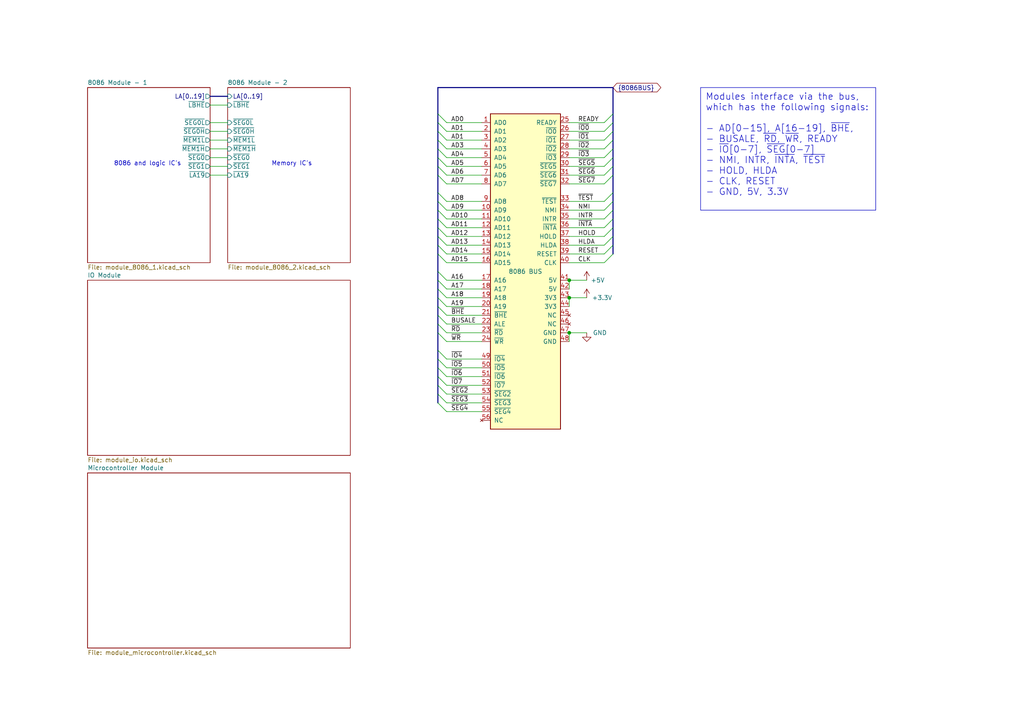
<source format=kicad_sch>
(kicad_sch (version 20230121) (generator eeschema)
  (paper "A4")
  (title_block (title "8086 PCB") (date "2023.08.23"))
  (lib_symbols
    (symbol "8086PC:8086PC_BUS" (pin_names (offset 1.016))
      (symbol "8086PC_BUS_1_0"
        (pin tri_state line (at -12.7 43.18 0) (length 2.54) (name "AD0") (number "1"))
        (pin tri_state line (at -12.7 17.78 0) (length 2.54) (name "AD9") (number "10"))
        (pin tri_state line (at -12.7 15.24 0) (length 2.54) (name "AD10") (number "11"))
        (pin tri_state line (at -12.7 12.7 0) (length 2.54) (name "AD11") (number "12"))
        (pin tri_state line (at -12.7 10.16 0) (length 2.54) (name "AD12") (number "13"))
        (pin tri_state line (at -12.7 7.62 0) (length 2.54) (name "AD13") (number "14"))
        (pin tri_state line (at -12.7 5.08 0) (length 2.54) (name "AD14") (number "15"))
        (pin tri_state line (at -12.7 2.54 0) (length 2.54) (name "AD15") (number "16"))
        (pin tri_state line (at -12.7 -2.54 0) (length 2.54) (name "A16") (number "17"))
        (pin tri_state line (at -12.7 -5.08 0) (length 2.54) (name "A17") (number "18"))
        (pin tri_state line (at -12.7 -7.62 0) (length 2.54) (name "A18") (number "19"))
        (pin tri_state line (at -12.7 40.64 0) (length 2.54) (name "AD1") (number "2"))
        (pin tri_state line (at -12.7 -10.16 0) (length 2.54) (name "A19") (number "20"))
        (pin bidirectional line (at 12.7 40.64 180) (length 2.54) (name "~{IO0}") (number "26"))
        (pin bidirectional line (at 12.7 38.1 180) (length 2.54) (name "~{IO1}") (number "27"))
        (pin bidirectional line (at 12.7 35.56 180) (length 2.54) (name "~{IO2}") (number "28"))
        (pin bidirectional line (at 12.7 33.02 180) (length 2.54) (name "~{IO3}") (number "29"))
        (pin tri_state line (at -12.7 38.1 0) (length 2.54) (name "AD2") (number "3"))
        (pin bidirectional line (at 12.7 30.48 180) (length 2.54) (name "~{SEG5}") (number "30"))
        (pin bidirectional line (at 12.7 27.94 180) (length 2.54) (name "~{SEG6}") (number "31"))
        (pin bidirectional line (at 12.7 25.4 180) (length 2.54) (name "~{SEG7}") (number "32"))
        (pin tri_state line (at -12.7 35.56 0) (length 2.54) (name "AD3") (number "4"))
        (pin bidirectional line (at -12.7 -25.4 0) (length 2.54) (name "~{IO4}") (number "49"))
        (pin tri_state line (at -12.7 33.02 0) (length 2.54) (name "AD4") (number "5"))
        (pin bidirectional line (at -12.7 -27.94 0) (length 2.54) (name "~{IO5}") (number "50"))
        (pin bidirectional line (at -12.7 -30.48 0) (length 2.54) (name "~{IO6}") (number "51"))
        (pin bidirectional line (at -12.7 -33.02 0) (length 2.54) (name "~{IO7}") (number "52"))
        (pin bidirectional line (at -12.7 -35.56 0) (length 2.54) (name "~{SEG2}") (number "53"))
        (pin bidirectional line (at -12.7 -38.1 0) (length 2.54) (name "~{SEG3}") (number "54"))
        (pin bidirectional line (at -12.7 -40.64 0) (length 2.54) (name "~{SEG4}") (number "55"))
        (pin no_connect line (at -12.7 -43.18 0) (length 2.54) (name "NC") (number "56"))
        (pin tri_state line (at -12.7 30.48 0) (length 2.54) (name "AD5") (number "6"))
        (pin tri_state line (at -12.7 27.94 0) (length 2.54) (name "AD6") (number "7"))
        (pin tri_state line (at -12.7 25.4 0) (length 2.54) (name "AD7") (number "8"))
        (pin tri_state line (at -12.7 20.32 0) (length 2.54) (name "AD8") (number "9"))
      )
      (symbol "8086PC_BUS_1_1"
        (rectangle (start -10.16 45.72) (end 10.16 -45.72) (stroke (width 0.254)) (fill (type background)))
        (pin tri_state line (at -12.7 -12.7 0) (length 2.54) (name "~{BHE}") (number "21"))
        (pin tri_state line (at -12.7 -15.24 0) (length 2.54) (name "ALE") (number "22"))
        (pin tri_state line (at -12.7 -17.78 0) (length 2.54) (name "~{RD}") (number "23"))
        (pin tri_state line (at -12.7 -20.32 0) (length 2.54) (name "~{WR}") (number "24"))
        (pin bidirectional line (at 12.7 43.18 180) (length 2.54) (name "READY") (number "25"))
        (pin tri_state line (at 12.7 20.32 180) (length 2.54) (name "~{TEST}") (number "33"))
        (pin tri_state line (at 12.7 17.78 180) (length 2.54) (name "NMI") (number "34"))
        (pin tri_state line (at 12.7 15.24 180) (length 2.54) (name "INTR") (number "35"))
        (pin bidirectional line (at 12.7 12.7 180) (length 2.54) (name "~{INTA}") (number "36"))
        (pin bidirectional line (at 12.7 10.16 180) (length 2.54) (name "HOLD") (number "37"))
        (pin bidirectional line (at 12.7 7.62 180) (length 2.54) (name "HLDA") (number "38"))
        (pin bidirectional line (at 12.7 5.08 180) (length 2.54) (name "RESET") (number "39"))
        (pin bidirectional line (at 12.7 2.54 180) (length 2.54) (name "CLK") (number "40"))
        (pin power_in line (at 12.7 -2.54 180) (length 2.54) (name "5V") (number "41"))
        (pin power_in line (at 12.7 -5.08 180) (length 2.54) (name "5V") (number "42"))
        (pin power_in line (at 12.7 -7.62 180) (length 2.54) (name "3V3") (number "43"))
        (pin power_in line (at 12.7 -10.16 180) (length 2.54) (name "3V3") (number "44"))
        (pin no_connect line (at 12.7 -12.7 180) (length 2.54) (name "NC") (number "45"))
        (pin no_connect line (at 12.7 -15.24 180) (length 2.54) (name "NC") (number "46"))
        (pin power_in line (at 12.7 -17.78 180) (length 2.54) (name "GND") (number "47"))
        (pin power_in line (at 12.7 -20.32 180) (length 2.54) (name "GND") (number "48"))
      )
    )
    (symbol "power:+3.3V" (power) (pin_names (offset 0))
      (property "Value" "+3.3V" (at 0 3.556 0))
      (symbol "+3.3V_0_1"
        (polyline (pts (xy -0.762 1.27) (xy 0 2.54)))
        (polyline (pts (xy 0 0) (xy 0 2.54)))
        (polyline (pts (xy 0 2.54) (xy 0.762 1.27)))
      )
      (symbol "+3.3V_1_1"
        (pin power_in line (at 0 0 90) (length 0) hide (name "+3.3V") (number "1"))
      )
    )
    (symbol "power:+5V" (power) (pin_names (offset 0))
      (property "Value" "+5V" (at 0 3.556 0))
      (symbol "+5V_0_1"
        (polyline (pts (xy -0.762 1.27) (xy 0 2.54)))
        (polyline (pts (xy 0 0) (xy 0 2.54)))
        (polyline (pts (xy 0 2.54) (xy 0.762 1.27)))
      )
      (symbol "+5V_1_1"
        (pin power_in line (at 0 0 90) (length 0) hide (name "+5V") (number "1"))
      )
    )
    (symbol "power:GND" (power) (pin_names (offset 0))
      (property "Value" "GND" (at 0 -3.81 0))
      (symbol "GND_0_1"
        (polyline (pts (xy 0 0) (xy 0 -1.27) (xy 1.27 -1.27) (xy 0 -2.54) (xy -1.27 -1.27) (xy 0 -1.27)))
      )
      (symbol "GND_1_1"
        (pin power_in line (at 0 0 270) (length 0) hide (name "GND") (number "1"))
      )
    )
  )
  (bus_alias "8086BUS" (members "AD[0..15]" "A[16..19]" "~{RD}" "~{WR}" "~{BHE}" "BUSALE" "CLK" "RESET" "HOLD" "HLDA" "~{INTA}" "INTR" "NMI" "~{TEST}" "READY" "~{IO[0..7]}" "~{SEG[2..7]}"))
  (junction (at 165.1 86.36))
  (junction (at 165.1 96.52))
  (junction (at 165.1 81.28))
  (bus_entry (at 127 58.42) (size 2.54 2.54))
  (bus_entry (at 177.8 60.96) (size -2.54 2.54))
  (bus_entry (at 127 55.88) (size 2.54 2.54))
  (bus_entry (at 127 116.84) (size 2.54 2.54))
  (bus_entry (at 127 35.56) (size 2.54 2.54))
  (bus_entry (at 177.8 71.12) (size -2.54 2.54))
  (bus_entry (at 127 106.68) (size 2.54 2.54))
  (bus_entry (at 127 78.74) (size 2.54 2.54))
  (bus_entry (at 177.8 45.72) (size -2.54 2.54))
  (bus_entry (at 127 88.9) (size 2.54 2.54))
  (bus_entry (at 127 81.28) (size 2.54 2.54))
  (bus_entry (at 177.8 55.88) (size -2.54 2.54))
  (bus_entry (at 127 38.1) (size 2.54 2.54))
  (bus_entry (at 177.8 58.42) (size -2.54 2.54))
  (bus_entry (at 127 63.5) (size 2.54 2.54))
  (bus_entry (at 177.8 73.66) (size -2.54 2.54))
  (bus_entry (at 177.8 43.18) (size -2.54 2.54))
  (bus_entry (at 127 71.12) (size 2.54 2.54))
  (bus_entry (at 127 73.66) (size 2.54 2.54))
  (bus_entry (at 177.8 50.8) (size -2.54 2.54))
  (bus_entry (at 177.8 48.26) (size -2.54 2.54))
  (bus_entry (at 127 83.82) (size 2.54 2.54))
  (bus_entry (at 127 109.22) (size 2.54 2.54))
  (bus_entry (at 177.8 40.64) (size -2.54 2.54))
  (bus_entry (at 177.8 63.5) (size -2.54 2.54))
  (bus_entry (at 127 45.72) (size 2.54 2.54))
  (bus_entry (at 177.8 35.56) (size -2.54 2.54))
  (bus_entry (at 127 48.26) (size 2.54 2.54))
  (bus_entry (at 127 60.96) (size 2.54 2.54))
  (bus_entry (at 127 43.18) (size 2.54 2.54))
  (bus_entry (at 127 101.6) (size 2.54 2.54))
  (bus_entry (at 127 68.58) (size 2.54 2.54))
  (bus_entry (at 127 104.14) (size 2.54 2.54))
  (bus_entry (at 127 50.8) (size 2.54 2.54))
  (bus_entry (at 127 91.44) (size 2.54 2.54))
  (bus_entry (at 127 40.64) (size 2.54 2.54))
  (bus_entry (at 127 86.36) (size 2.54 2.54))
  (bus_entry (at 127 66.04) (size 2.54 2.54))
  (bus_entry (at 127 96.52) (size 2.54 2.54))
  (bus_entry (at 127 93.98) (size 2.54 2.54))
  (bus_entry (at 177.8 33.02) (size -2.54 2.54))
  (bus_entry (at 177.8 38.1) (size -2.54 2.54))
  (bus_entry (at 177.8 68.58) (size -2.54 2.54))
  (bus_entry (at 127 33.02) (size 2.54 2.54))
  (bus_entry (at 177.8 66.04) (size -2.54 2.54))
  (bus_entry (at 127 114.3) (size 2.54 2.54))
  (bus_entry (at 127 111.76) (size 2.54 2.54))
  (wire (pts (xy 129.54 58.42) (xy 139.7 58.42)))
  (bus (pts (xy 177.8 45.72) (xy 177.8 43.18)))
  (wire (pts (xy 129.54 93.98) (xy 139.7 93.98)))
  (bus (pts (xy 127 48.26) (xy 127 50.8)))
  (wire (pts (xy 165.1 40.64) (xy 175.26 40.64)))
  (wire (pts (xy 129.54 66.04) (xy 139.7 66.04)))
  (bus (pts (xy 177.8 66.04) (xy 177.8 63.5)))
  (wire (pts (xy 165.1 60.96) (xy 175.26 60.96)))
  (wire (pts (xy 60.96 38.1) (xy 66.04 38.1)))
  (wire (pts (xy 60.96 40.64) (xy 66.04 40.64)))
  (wire (pts (xy 129.54 104.14) (xy 139.7 104.14)))
  (wire (pts (xy 165.1 45.72) (xy 175.26 45.72)))
  (bus (pts (xy 127 78.74) (xy 127 81.28)))
  (wire (pts (xy 165.1 81.28) (xy 165.1 83.82)))
  (wire (pts (xy 165.1 63.5) (xy 175.26 63.5)))
  (bus (pts (xy 60.96 27.94) (xy 66.04 27.94)))
  (bus (pts (xy 127 109.22) (xy 127 111.76)))
  (wire (pts (xy 165.1 58.42) (xy 175.26 58.42)))
  (wire (pts (xy 165.1 38.1) (xy 175.26 38.1)))
  (bus (pts (xy 127 91.44) (xy 127 93.98)))
  (wire (pts (xy 165.1 66.04) (xy 175.26 66.04)))
  (wire (pts (xy 129.54 76.2) (xy 139.7 76.2)))
  (wire (pts (xy 165.1 68.58) (xy 175.26 68.58)))
  (wire (pts (xy 165.1 96.52) (xy 165.1 99.06)))
  (bus (pts (xy 127 86.36) (xy 127 88.9)))
  (wire (pts (xy 129.54 43.18) (xy 139.7 43.18)))
  (bus (pts (xy 127 81.28) (xy 127 83.82)))
  (bus (pts (xy 177.8 38.1) (xy 177.8 35.56)))
  (bus (pts (xy 127 73.66) (xy 127 78.74)))
  (bus (pts (xy 177.8 48.26) (xy 177.8 45.72)))
  (bus (pts (xy 127 45.72) (xy 127 48.26)))
  (wire (pts (xy 165.1 81.28) (xy 170.18 81.28)))
  (bus (pts (xy 127 106.68) (xy 127 109.22)))
  (wire (pts (xy 129.54 99.06) (xy 139.7 99.06)))
  (bus (pts (xy 127 58.42) (xy 127 60.96)))
  (bus (pts (xy 177.8 33.02) (xy 177.8 25.4)))
  (wire (pts (xy 60.96 45.72) (xy 66.04 45.72)))
  (bus (pts (xy 127 104.14) (xy 127 106.68)))
  (wire (pts (xy 129.54 96.52) (xy 139.7 96.52)))
  (bus (pts (xy 127 33.02) (xy 127 35.56)))
  (bus (pts (xy 177.8 40.64) (xy 177.8 38.1)))
  (bus (pts (xy 127 40.64) (xy 127 43.18)))
  (wire (pts (xy 129.54 81.28) (xy 139.7 81.28)))
  (wire (pts (xy 129.54 53.34) (xy 139.7 53.34)))
  (bus (pts (xy 177.8 68.58) (xy 177.8 66.04)))
  (bus (pts (xy 127 66.04) (xy 127 68.58)))
  (wire (pts (xy 129.54 106.68) (xy 139.7 106.68)))
  (bus (pts (xy 127 63.5) (xy 127 66.04)))
  (wire (pts (xy 165.1 43.18) (xy 175.26 43.18)))
  (bus (pts (xy 127 71.12) (xy 127 73.66)))
  (wire (pts (xy 129.54 68.58) (xy 139.7 68.58)))
  (wire (pts (xy 165.1 86.36) (xy 165.1 88.9)))
  (wire (pts (xy 165.1 96.52) (xy 170.18 96.52)))
  (wire (pts (xy 165.1 48.26) (xy 175.26 48.26)))
  (wire (pts (xy 129.54 71.12) (xy 139.7 71.12)))
  (bus (pts (xy 127 43.18) (xy 127 45.72)))
  (wire (pts (xy 165.1 35.56) (xy 175.26 35.56)))
  (wire (pts (xy 129.54 73.66) (xy 139.7 73.66)))
  (wire (pts (xy 129.54 63.5) (xy 139.7 63.5)))
  (wire (pts (xy 129.54 88.9) (xy 139.7 88.9)))
  (wire (pts (xy 129.54 109.22) (xy 139.7 109.22)))
  (bus (pts (xy 177.8 35.56) (xy 177.8 33.02)))
  (wire (pts (xy 129.54 116.84) (xy 139.7 116.84)))
  (bus (pts (xy 127 35.56) (xy 127 38.1)))
  (bus (pts (xy 127 68.58) (xy 127 71.12)))
  (bus (pts (xy 127 111.76) (xy 127 114.3)))
  (bus (pts (xy 127 114.3) (xy 127 116.84)))
  (bus (pts (xy 177.8 60.96) (xy 177.8 58.42)))
  (wire (pts (xy 129.54 40.64) (xy 139.7 40.64)))
  (wire (pts (xy 60.96 35.56) (xy 66.04 35.56)))
  (bus (pts (xy 177.8 55.88) (xy 177.8 50.8)))
  (bus (pts (xy 127 93.98) (xy 127 96.52)))
  (wire (pts (xy 129.54 114.3) (xy 139.7 114.3)))
  (wire (pts (xy 129.54 91.44) (xy 139.7 91.44)))
  (bus (pts (xy 177.8 43.18) (xy 177.8 40.64)))
  (bus (pts (xy 177.8 63.5) (xy 177.8 60.96)))
  (wire (pts (xy 129.54 48.26) (xy 139.7 48.26)))
  (wire (pts (xy 165.1 73.66) (xy 175.26 73.66)))
  (bus (pts (xy 127 101.6) (xy 127 104.14)))
  (wire (pts (xy 129.54 83.82) (xy 139.7 83.82)))
  (wire (pts (xy 129.54 50.8) (xy 139.7 50.8)))
  (wire (pts (xy 129.54 119.38) (xy 139.7 119.38)))
  (wire (pts (xy 129.54 35.56) (xy 139.7 35.56)))
  (wire (pts (xy 165.1 50.8) (xy 175.26 50.8)))
  (bus (pts (xy 177.8 73.66) (xy 177.8 71.12)))
  (bus (pts (xy 127 38.1) (xy 127 40.64)))
  (wire (pts (xy 60.96 43.18) (xy 66.04 43.18)))
  (bus (pts (xy 127 96.52) (xy 127 101.6)))
  (bus (pts (xy 127 50.8) (xy 127 55.88)))
  (wire (pts (xy 129.54 38.1) (xy 139.7 38.1)))
  (bus (pts (xy 177.8 71.12) (xy 177.8 68.58)))
  (wire (pts (xy 129.54 45.72) (xy 139.7 45.72)))
  (wire (pts (xy 165.1 53.34) (xy 175.26 53.34)))
  (wire (pts (xy 129.54 86.36) (xy 139.7 86.36)))
  (bus (pts (xy 127 83.82) (xy 127 86.36)))
  (wire (pts (xy 165.1 76.2) (xy 175.26 76.2)))
  (bus (pts (xy 127 25.4) (xy 127 33.02)))
  (bus (pts (xy 127 88.9) (xy 127 91.44)))
  (bus (pts (xy 127 60.96) (xy 127 63.5)))
  (bus (pts (xy 177.8 50.8) (xy 177.8 48.26)))
  (bus (pts (xy 177.8 25.4) (xy 127 25.4)))
  (wire (pts (xy 165.1 71.12) (xy 175.26 71.12)))
  (wire (pts (xy 60.96 50.8) (xy 66.04 50.8)))
  (wire (pts (xy 60.96 48.26) (xy 66.04 48.26)))
  (wire (pts (xy 129.54 111.76) (xy 139.7 111.76)))
  (wire (pts (xy 165.1 86.36) (xy 170.18 86.36)))
  (wire (pts (xy 60.96 30.48) (xy 66.04 30.48)))
  (bus (pts (xy 177.8 58.42) (xy 177.8 55.88)))
  (wire (pts (xy 129.54 60.96) (xy 139.7 60.96)))
  (bus (pts (xy 127 55.88) (xy 127 58.42)))
  (text_box "Modules interface via the bus, which has the following signals:\n\n- AD[0-15], A[16-19], ~{BHE},\n- BUSALE, ~{RD}, ~{WR}, READY\n- ~{IO}[0-7], ~{SEG}[0-7]\n- NMI, INTR, ~{INTA}, ~{TEST}\n- HOLD, HLDA\n- CLK, RESET\n- GND, 5V, 3.3V" (at 203.2 25.4 0) (size 50.8 35.56) (effects (font (size 1.905 1.905)) (justify left top)))
  (text "Memory IC's" (at 78.74 48.26 0) (effects (font (size 1.27 1.27)) (justify left bottom)))
  (text "8086 and logic IC's" (at 33.02 48.26 0) (effects (font (size 1.27 1.27)) (justify left bottom)))
  (label "AD0" (at 130.81 35.56 0))
  (label "~{BHE}" (at 130.81 91.44 0))
  (label "~{IO4}" (at 130.81 104.14 0))
  (label "AD1" (at 130.81 38.1 0))
  (label "CLK" (at 167.64 76.2 0))
  (label "A16" (at 130.81 81.28 0))
  (label "~{TEST}" (at 167.64 58.42 0))
  (label "~{INTA}" (at 167.64 66.04 0))
  (label "~{SEG7}" (at 167.64 53.34 0))
  (label "~{SEG6}" (at 167.64 50.8 0))
  (label "AD10" (at 130.81 63.5 0))
  (label "AD8" (at 130.81 58.42 0))
  (label "A18" (at 130.81 86.36 0))
  (label "~{WR}" (at 130.81 99.06 0))
  (label "HOLD" (at 167.64 68.58 0))
  (label "AD12" (at 130.81 68.58 0))
  (label "RESET" (at 167.64 73.66 0))
  (label "~{IO0}" (at 167.64 38.1 0))
  (label "~{IO7}" (at 130.81 111.76 0))
  (label "~{IO6}" (at 130.81 109.22 0))
  (label "~{IO2}" (at 167.64 43.18 0))
  (label "AD1" (at 130.81 40.64 0))
  (label "AD5" (at 130.81 48.26 0))
  (label "NMI" (at 167.64 60.96 0))
  (label "INTR" (at 167.64 63.5 0))
  (label "~{SEG5}" (at 167.64 48.26 0))
  (label "AD4" (at 130.81 45.72 0))
  (label "~{SEG3}" (at 130.81 116.84 0))
  (label "AD13" (at 130.81 71.12 0))
  (label "~{IO5}" (at 130.81 106.68 0))
  (label "AD3" (at 130.81 43.18 0))
  (label "~{RD}" (at 130.81 96.52 0))
  (label "~{SEG4}" (at 130.81 119.38 0))
  (label "AD6" (at 130.81 50.8 0))
  (label "A19" (at 130.81 88.9 0))
  (label "~{IO1}" (at 167.64 40.64 0))
  (label "BUSALE" (at 130.81 93.98 0))
  (label "~{IO3}" (at 167.64 45.72 0))
  (label "READY" (at 167.64 35.56 0))
  (label "AD14" (at 130.81 73.66 0))
  (label "~{SEG2}" (at 130.81 114.3 0))
  (label "AD7" (at 130.81 53.34 0))
  (label "HLDA" (at 167.64 71.12 0))
  (label "AD15" (at 130.81 76.2 0))
  (label "A17" (at 130.81 83.82 0))
  (label "AD11" (at 130.81 66.04 0))
  (label "AD9" (at 130.81 60.96 0))
  (global_label "{8086BUS}" (shape tri_state) (at 177.8 25.4 0) (property "Intersheetrefs" "${INTERSHEET_REFS}" (effects hide)))
  (symbol (lib_id "8086PC:8086PC_BUS") (at 152.4 78.74 0) (unit 1)
    (property "Reference" "BUS1" (effects hide))
    (property "Value" "8086 BUS" (at 152.4 78.74 0))
    (property "Footprint" "Package_DIP:SMDIP-64_W15.24mm" (effects hide))
  )
  (symbol (lib_id "power:+5V") (at 170.18 81.28 0) (unit 1)
    (property "Reference" "#PWR02" (effects hide))
    (property "Value" "+5V" (at 173.355 81.28 0))
  )
  (symbol (lib_id "power:+3.3V") (at 170.18 86.36 0) (unit 1)
    (property "Reference" "#PWR020" (effects hide))
    (property "Value" "+3.3V" (at 174.625 86.36 0))
  )
  (symbol (lib_id "power:GND") (at 170.18 96.52 0) (unit 1)
    (property "Reference" "#PWR01" (effects hide))
    (property "Value" "GND" (at 173.99 96.52 0))
  )
  (sheet (at 25.4 137.16) (size 76.2 50.8) (stroke (width 0.1524))
    (property "Sheetname" "Microcontroller Module" (at 25.4 136.4484 0) (effects (justify left bottom)))
    (property "Sheetfile" "module_microcontroller.kicad_sch" (at 25.4 188.5446 0) (effects (justify left top)))
  )
  (sheet (at 25.4 25.4) (size 35.56 50.8) (stroke (width 0.1524))
    (property "Sheetname" "8086 Module - 1" (at 25.4 24.6884 0) (effects (justify left bottom)))
    (property "Sheetfile" "module_8086_1.kicad_sch" (at 25.4 76.7846 0) (effects (justify left top)))
    (pin "LA[0..19]" output (at 60.96 27.94 0))
    (pin "~{LBHE}" output (at 60.96 30.48 0))
    (pin "~{MEM1H}" output (at 60.96 43.18 0))
    (pin "~{SEG0L}" output (at 60.96 35.56 0))
    (pin "~{SEG0H}" output (at 60.96 38.1 0))
    (pin "~{MEM1L}" output (at 60.96 40.64 0))
    (pin "~{SEG0}" output (at 60.96 45.72 0))
    (pin "~{SEG1}" output (at 60.96 48.26 0))
    (pin "~{LA19}" output (at 60.96 50.8 0))
  )
  (sheet (at 25.4 81.28) (size 76.2 50.8) (stroke (width 0.1524))
    (property "Sheetname" "IO Module" (at 25.4 80.5684 0) (effects (justify left bottom)))
    (property "Sheetfile" "module_io.kicad_sch" (at 25.4 132.6646 0) (effects (justify left top)))
  )
  (sheet (at 66.04 25.4) (size 35.56 50.8) (stroke (width 0.1524))
    (property "Sheetname" "8086 Module - 2" (at 66.04 24.6884 0) (effects (justify left bottom)))
    (property "Sheetfile" "module_8086_2.kicad_sch" (at 66.04 76.7846 0) (effects (justify left top)))
    (pin "~{SEG0L}" input (at 66.04 35.56 180))
    (pin "~{SEG0H}" input (at 66.04 38.1 180))
    (pin "~{MEM1L}" input (at 66.04 40.64 180))
    (pin "~{LBHE}" input (at 66.04 30.48 180))
    (pin "LA[0..19]" input (at 66.04 27.94 180))
    (pin "~{MEM1H}" input (at 66.04 43.18 180))
    (pin "~{SEG0}" input (at 66.04 45.72 180))
    (pin "~{SEG1}" input (at 66.04 48.26 180))
    (pin "~{LA19}" input (at 66.04 50.8 180))
  )
)
</source>
